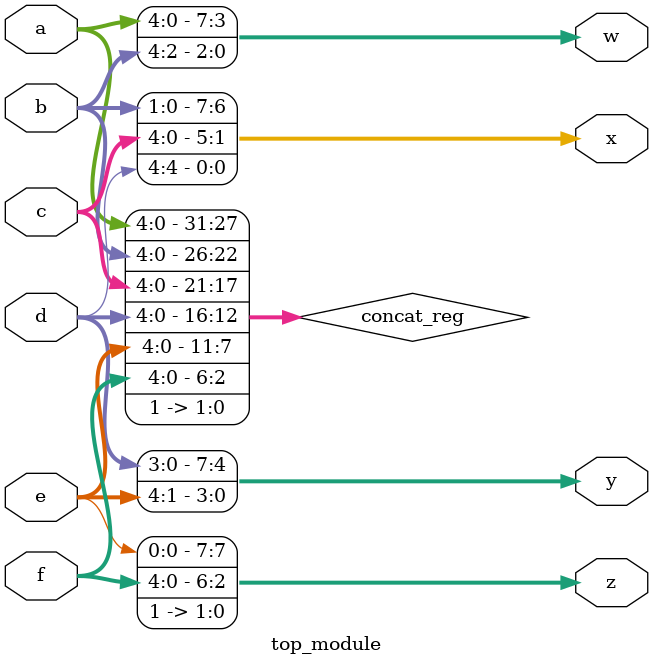
<source format=v>
module top_module (
    input [4:0] a, b, c, d, e, f,
    output [7:0] w, x, y, z );//

    // assign { ... } = { ... };
     wire [31:0] concat_reg; //raise an error when work with reg. Reason unknown???
    assign concat_reg = {a[4:0], b[4:0], c[4:0], d[4:0], e[4:0], f[4:0], 2'b11};
    assign w = concat_reg[31:24];
    assign x = concat_reg[23:16];
    assign y = concat_reg[15:8];
    assign z = concat_reg[7:0];


endmodule
</source>
